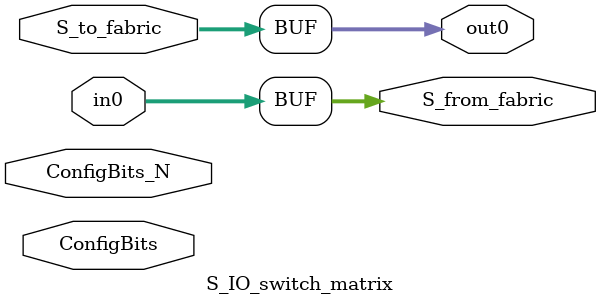
<source format=v>
module S_IO_switch_matrix #(
    parameter NoConfigBits = 2
)(
    output [31:0] out0,
    output [31:0] S_from_fabric,
    input [31:0] S_to_fabric,
    input [31:0] in0,
    input [NoConfigBits - 1:0] ConfigBits,
    input [NoConfigBits - 1:0] ConfigBits_N
);

localparam reg GND = 32'd0;
localparam reg VCC = 32'd1;

// switch matrix multiplexer out0 MUX-1
assign out0 = S_to_fabric;
// switch matrix multiplexer from_fabric MUX-1
assign S_from_fabric = in0;
endmodule

</source>
